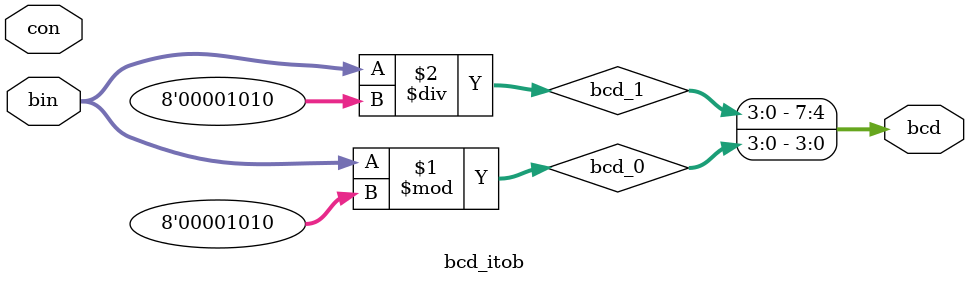
<source format=v>

module bcd_itob(
	input [7:0] bin,
	output [7:0] bcd,
	input con
);

wire [7:0] bcd_0;
wire [7:0] bcd_1;

	assign bcd_0 = bin % 8'h0A;
	assign bcd_1 = bin / 8'h0A;

	assign bcd[3:0] = bcd_0[3:0];
	assign bcd[7:4] = bcd_1[3:0];

endmodule

</source>
